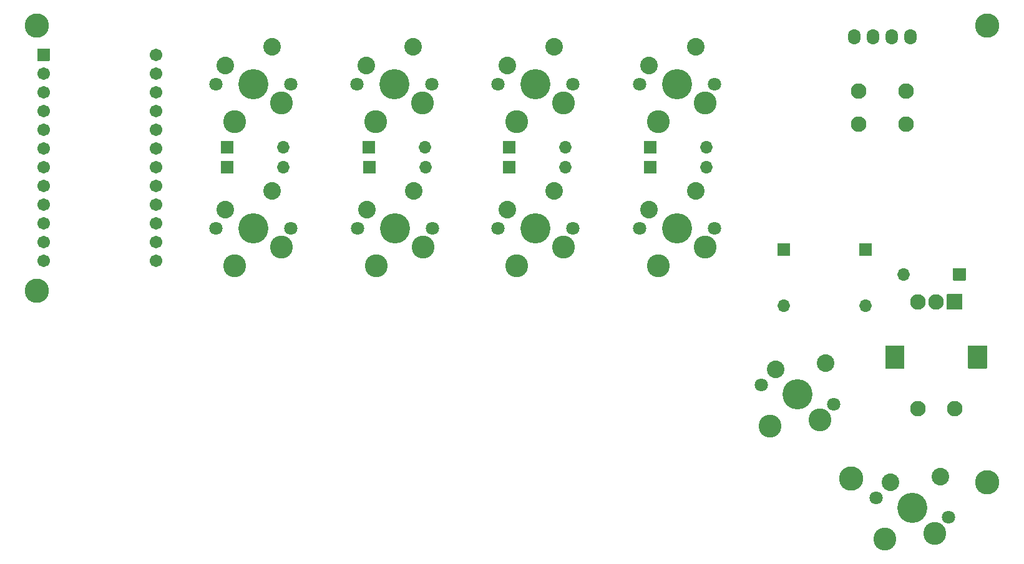
<source format=gbr>
G04 #@! TF.GenerationSoftware,KiCad,Pcbnew,(5.1.10)-1*
G04 #@! TF.CreationDate,2021-07-26T22:22:40-04:00*
G04 #@! TF.ProjectId,chayzer,63686179-7a65-4722-9e6b-696361645f70,rev?*
G04 #@! TF.SameCoordinates,Original*
G04 #@! TF.FileFunction,Soldermask,Top*
G04 #@! TF.FilePolarity,Negative*
%FSLAX46Y46*%
G04 Gerber Fmt 4.6, Leading zero omitted, Abs format (unit mm)*
G04 Created by KiCad (PCBNEW (5.1.10)-1) date 2021-07-26 22:22:40*
%MOMM*%
%LPD*%
G01*
G04 APERTURE LIST*
%ADD10C,3.302000*%
%ADD11C,1.702000*%
%ADD12C,1.803800*%
%ADD13C,2.388000*%
%ADD14C,4.089800*%
%ADD15C,3.102000*%
%ADD16C,2.102000*%
%ADD17O,1.702000X2.102000*%
%ADD18O,1.702000X1.702000*%
G04 APERTURE END LIST*
D10*
X85500000Y-105000000D03*
X196000000Y-130500000D03*
X214500000Y-131000000D03*
X214500000Y-69000000D03*
X85500000Y-69000000D03*
D11*
X101687500Y-72967500D03*
X101687500Y-75507500D03*
X101687500Y-78047500D03*
X101687500Y-80587500D03*
X101687500Y-83127500D03*
X101687500Y-85667500D03*
X101687500Y-88207500D03*
X101687500Y-90747500D03*
X101687500Y-93287500D03*
X101687500Y-95827500D03*
X101687500Y-98367500D03*
X101687500Y-100907500D03*
X86447500Y-100907500D03*
X86447500Y-98367500D03*
X86447500Y-95827500D03*
X86447500Y-93287500D03*
X86447500Y-90747500D03*
X86447500Y-88207500D03*
X86447500Y-85667500D03*
X86447500Y-83127500D03*
X86447500Y-80587500D03*
X86447500Y-78047500D03*
X86447500Y-75507500D03*
G36*
G01*
X85647500Y-72116500D02*
X87247500Y-72116500D01*
G75*
G02*
X87298500Y-72167500I0J-51000D01*
G01*
X87298500Y-73767500D01*
G75*
G02*
X87247500Y-73818500I-51000J0D01*
G01*
X85647500Y-73818500D01*
G75*
G02*
X85596500Y-73767500I0J51000D01*
G01*
X85596500Y-72167500D01*
G75*
G02*
X85647500Y-72116500I51000J0D01*
G01*
G37*
D12*
X199436847Y-133153949D03*
X209250653Y-135783551D03*
D13*
X201320973Y-131029198D03*
D14*
X204343750Y-134468750D03*
D13*
X208112002Y-130219247D03*
D15*
X207366527Y-137908302D03*
X200575498Y-138718253D03*
D16*
X203500000Y-82437500D03*
X203500000Y-77937500D03*
X197000000Y-82437500D03*
X197000000Y-77937500D03*
G36*
G01*
X209056250Y-105449000D02*
X211056250Y-105449000D01*
G75*
G02*
X211107250Y-105500000I0J-51000D01*
G01*
X211107250Y-107500000D01*
G75*
G02*
X211056250Y-107551000I-51000J0D01*
G01*
X209056250Y-107551000D01*
G75*
G02*
X209005250Y-107500000I0J51000D01*
G01*
X209005250Y-105500000D01*
G75*
G02*
X209056250Y-105449000I51000J0D01*
G01*
G37*
X207556250Y-106500000D03*
X205056250Y-106500000D03*
G36*
G01*
X211906250Y-112449000D02*
X214406250Y-112449000D01*
G75*
G02*
X214457250Y-112500000I0J-51000D01*
G01*
X214457250Y-115500000D01*
G75*
G02*
X214406250Y-115551000I-51000J0D01*
G01*
X211906250Y-115551000D01*
G75*
G02*
X211855250Y-115500000I0J51000D01*
G01*
X211855250Y-112500000D01*
G75*
G02*
X211906250Y-112449000I51000J0D01*
G01*
G37*
G36*
G01*
X200706250Y-112449000D02*
X203206250Y-112449000D01*
G75*
G02*
X203257250Y-112500000I0J-51000D01*
G01*
X203257250Y-115500000D01*
G75*
G02*
X203206250Y-115551000I-51000J0D01*
G01*
X200706250Y-115551000D01*
G75*
G02*
X200655250Y-115500000I0J51000D01*
G01*
X200655250Y-112500000D01*
G75*
G02*
X200706250Y-112449000I51000J0D01*
G01*
G37*
X210056250Y-121000000D03*
X205056250Y-121000000D03*
D17*
X198951250Y-70525000D03*
X196411250Y-70525000D03*
X201491250Y-70525000D03*
X204031250Y-70525000D03*
D12*
X148076250Y-96500000D03*
X158236250Y-96500000D03*
D13*
X149346250Y-93960000D03*
D14*
X153156250Y-96500000D03*
D13*
X155696250Y-91420000D03*
D15*
X156966250Y-99040000D03*
X150616250Y-101580000D03*
D12*
X128982500Y-77000000D03*
X139142500Y-77000000D03*
D13*
X130252500Y-74460000D03*
D14*
X134062500Y-77000000D03*
D13*
X136602500Y-71920000D03*
D15*
X137872500Y-79540000D03*
X131522500Y-82080000D03*
D12*
X183874347Y-117778949D03*
X193688153Y-120408551D03*
D13*
X185758473Y-115654198D03*
D14*
X188781250Y-119093750D03*
D13*
X192549502Y-114844247D03*
D15*
X191804027Y-122533302D03*
X185012998Y-123343253D03*
D12*
X109826250Y-77000000D03*
X119986250Y-77000000D03*
D13*
X111096250Y-74460000D03*
D14*
X114906250Y-77000000D03*
D13*
X117446250Y-71920000D03*
D15*
X118716250Y-79540000D03*
X112366250Y-82080000D03*
D12*
X148138750Y-77000000D03*
X158298750Y-77000000D03*
D13*
X149408750Y-74460000D03*
D14*
X153218750Y-77000000D03*
D13*
X155758750Y-71920000D03*
D15*
X157028750Y-79540000D03*
X150678750Y-82080000D03*
D12*
X109826250Y-96500000D03*
X119986250Y-96500000D03*
D13*
X111096250Y-93960000D03*
D14*
X114906250Y-96500000D03*
D13*
X117446250Y-91420000D03*
D15*
X118716250Y-99040000D03*
X112366250Y-101580000D03*
D12*
X129045000Y-96500000D03*
X139205000Y-96500000D03*
D13*
X130315000Y-93960000D03*
D14*
X134125000Y-96500000D03*
D13*
X136665000Y-91420000D03*
D15*
X137935000Y-99040000D03*
X131585000Y-101580000D03*
D12*
X167295000Y-96500000D03*
X177455000Y-96500000D03*
D13*
X168565000Y-93960000D03*
D14*
X172375000Y-96500000D03*
D13*
X174915000Y-91420000D03*
D15*
X176185000Y-99040000D03*
X169835000Y-101580000D03*
D12*
X167295000Y-77000000D03*
X177455000Y-77000000D03*
D13*
X168565000Y-74460000D03*
D14*
X172375000Y-77000000D03*
D13*
X174915000Y-71920000D03*
D15*
X176185000Y-79540000D03*
X169835000Y-82080000D03*
D18*
X157213750Y-88250000D03*
G36*
G01*
X148742750Y-89050000D02*
X148742750Y-87450000D01*
G75*
G02*
X148793750Y-87399000I51000J0D01*
G01*
X150393750Y-87399000D01*
G75*
G02*
X150444750Y-87450000I0J-51000D01*
G01*
X150444750Y-89050000D01*
G75*
G02*
X150393750Y-89101000I-51000J0D01*
G01*
X148793750Y-89101000D01*
G75*
G02*
X148742750Y-89050000I0J51000D01*
G01*
G37*
X138182500Y-85531250D03*
G36*
G01*
X129711500Y-86331250D02*
X129711500Y-84731250D01*
G75*
G02*
X129762500Y-84680250I51000J0D01*
G01*
X131362500Y-84680250D01*
G75*
G02*
X131413500Y-84731250I0J-51000D01*
G01*
X131413500Y-86331250D01*
G75*
G02*
X131362500Y-86382250I-51000J0D01*
G01*
X129762500Y-86382250D01*
G75*
G02*
X129711500Y-86331250I0J51000D01*
G01*
G37*
X186906250Y-107026250D03*
G36*
G01*
X186106250Y-98555250D02*
X187706250Y-98555250D01*
G75*
G02*
X187757250Y-98606250I0J-51000D01*
G01*
X187757250Y-100206250D01*
G75*
G02*
X187706250Y-100257250I-51000J0D01*
G01*
X186106250Y-100257250D01*
G75*
G02*
X186055250Y-100206250I0J51000D01*
G01*
X186055250Y-98606250D01*
G75*
G02*
X186106250Y-98555250I51000J0D01*
G01*
G37*
X118963750Y-85531250D03*
G36*
G01*
X110492750Y-86331250D02*
X110492750Y-84731250D01*
G75*
G02*
X110543750Y-84680250I51000J0D01*
G01*
X112143750Y-84680250D01*
G75*
G02*
X112194750Y-84731250I0J-51000D01*
G01*
X112194750Y-86331250D01*
G75*
G02*
X112143750Y-86382250I-51000J0D01*
G01*
X110543750Y-86382250D01*
G75*
G02*
X110492750Y-86331250I0J51000D01*
G01*
G37*
X157213750Y-85531250D03*
G36*
G01*
X148742750Y-86331250D02*
X148742750Y-84731250D01*
G75*
G02*
X148793750Y-84680250I51000J0D01*
G01*
X150393750Y-84680250D01*
G75*
G02*
X150444750Y-84731250I0J-51000D01*
G01*
X150444750Y-86331250D01*
G75*
G02*
X150393750Y-86382250I-51000J0D01*
G01*
X148793750Y-86382250D01*
G75*
G02*
X148742750Y-86331250I0J51000D01*
G01*
G37*
X118963750Y-88250000D03*
G36*
G01*
X110492750Y-89050000D02*
X110492750Y-87450000D01*
G75*
G02*
X110543750Y-87399000I51000J0D01*
G01*
X112143750Y-87399000D01*
G75*
G02*
X112194750Y-87450000I0J-51000D01*
G01*
X112194750Y-89050000D01*
G75*
G02*
X112143750Y-89101000I-51000J0D01*
G01*
X110543750Y-89101000D01*
G75*
G02*
X110492750Y-89050000I0J51000D01*
G01*
G37*
X138250000Y-88250000D03*
G36*
G01*
X129779000Y-89050000D02*
X129779000Y-87450000D01*
G75*
G02*
X129830000Y-87399000I51000J0D01*
G01*
X131430000Y-87399000D01*
G75*
G02*
X131481000Y-87450000I0J-51000D01*
G01*
X131481000Y-89050000D01*
G75*
G02*
X131430000Y-89101000I-51000J0D01*
G01*
X129830000Y-89101000D01*
G75*
G02*
X129779000Y-89050000I0J51000D01*
G01*
G37*
X176406250Y-88250000D03*
G36*
G01*
X167935250Y-89050000D02*
X167935250Y-87450000D01*
G75*
G02*
X167986250Y-87399000I51000J0D01*
G01*
X169586250Y-87399000D01*
G75*
G02*
X169637250Y-87450000I0J-51000D01*
G01*
X169637250Y-89050000D01*
G75*
G02*
X169586250Y-89101000I-51000J0D01*
G01*
X167986250Y-89101000D01*
G75*
G02*
X167935250Y-89050000I0J51000D01*
G01*
G37*
X203098750Y-102781250D03*
G36*
G01*
X211569750Y-101981250D02*
X211569750Y-103581250D01*
G75*
G02*
X211518750Y-103632250I-51000J0D01*
G01*
X209918750Y-103632250D01*
G75*
G02*
X209867750Y-103581250I0J51000D01*
G01*
X209867750Y-101981250D01*
G75*
G02*
X209918750Y-101930250I51000J0D01*
G01*
X211518750Y-101930250D01*
G75*
G02*
X211569750Y-101981250I0J-51000D01*
G01*
G37*
X197968750Y-107026250D03*
G36*
G01*
X197168750Y-98555250D02*
X198768750Y-98555250D01*
G75*
G02*
X198819750Y-98606250I0J-51000D01*
G01*
X198819750Y-100206250D01*
G75*
G02*
X198768750Y-100257250I-51000J0D01*
G01*
X197168750Y-100257250D01*
G75*
G02*
X197117750Y-100206250I0J51000D01*
G01*
X197117750Y-98606250D01*
G75*
G02*
X197168750Y-98555250I51000J0D01*
G01*
G37*
X176406250Y-85531250D03*
G36*
G01*
X167935250Y-86331250D02*
X167935250Y-84731250D01*
G75*
G02*
X167986250Y-84680250I51000J0D01*
G01*
X169586250Y-84680250D01*
G75*
G02*
X169637250Y-84731250I0J-51000D01*
G01*
X169637250Y-86331250D01*
G75*
G02*
X169586250Y-86382250I-51000J0D01*
G01*
X167986250Y-86382250D01*
G75*
G02*
X167935250Y-86331250I0J51000D01*
G01*
G37*
M02*

</source>
